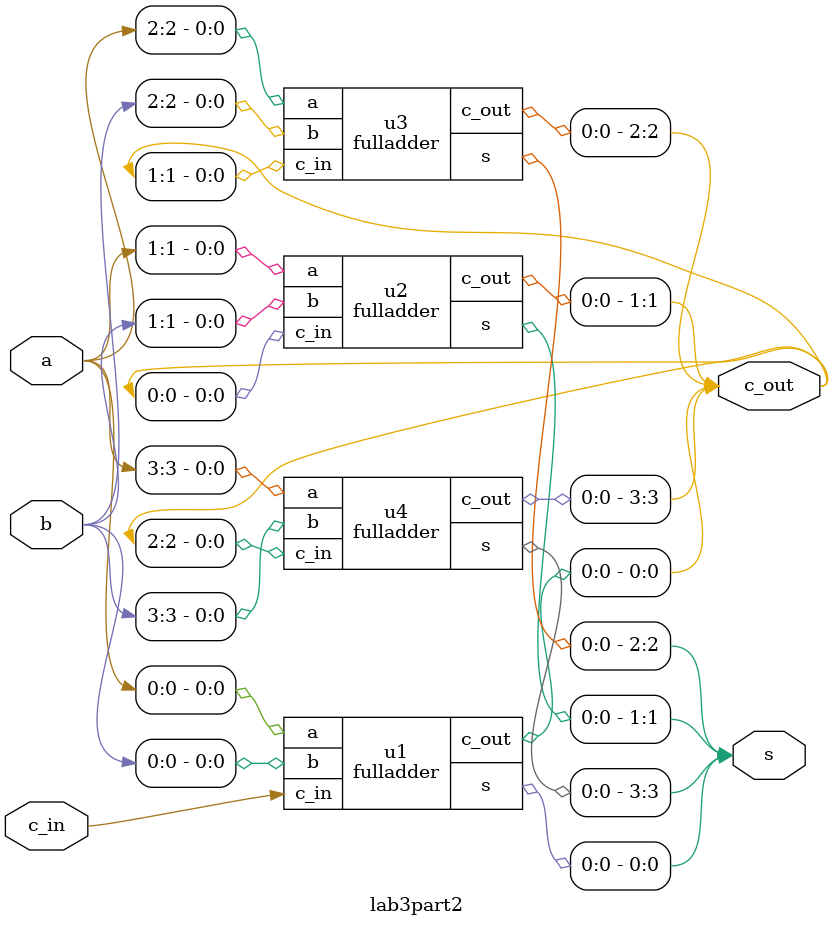
<source format=v>
module part2(Clock, Reset_b, Data, Function, ALUout);

	input Clock, Reset_b;
	input [3:0] Data;

	input [2:0] Function;
	//input [3:0] B;

	reg [7:0] q;
	wire [3:0] B;
	output reg [7:0] ALUout;

	wire [3:0] w1, w2;
	//wire w1_0, w1_1, w1_2, w1_3, w2_0, w2_1, w2_2, w2_3;

	assign B = ALUout[3:0];


	lab3part2 p2(.a(Data), .b(B), .c_in(1'b0), .s(w1[3:0]), .c_out(w2));

	always@(*)// declare always block
		begin
			case(Function[2:0])
			  4'b0000: q = {3'b000, w2[3], w1};
			  4'b0001: q = Data + B;
			  4'b0010: q = {{4{B[3]}}, B};
			  4'b0011: q = {{7{1'b0}}, |{Data, B}};
			  4'b0100: q = {{7{1'b0}}, &{Data, B}};
			  4'b0101: q =  B<<Data;
			  4'b0110: q = Data*B;
			  4'b0111: q = ALUout;
			  default: q = 8'b00000000;
			 endcase
		end
 
	 always@(posedge Clock)
		begin
			  if(Reset_b == 1'b0)
					ALUout<= 8'b00000000;
			  else
					ALUout<= q;
		 end
	endmodule



module fulladder(a,b,c_in,s,c_out);
	input a,b,c_in;
	output s,c_out;
	 
	assign s = (a ^ b) ^ c_in;
	assign c_out = (b &~( a ^ b)) | (c_in & ( a ^ b ));

endmodule


module lab3part2(a, b, c_in, s, c_out);
	input [3:0] a;
	input [3:0] b;
	input  c_in;

	output [3:0] s;
	output [3:0] c_out;

	fulladder u1(a[0],b[0],c_in,s[0], c_out[0]);
	fulladder u2(a[1],b[1],c_out[0],s[1], c_out[1]);
	fulladder u3(a[2],b[2],c_out[1],s[2], c_out[2]);
	fulladder u4(a[3],b[3],c_out[2],s[3], c_out[3]);

endmodule 
</source>
